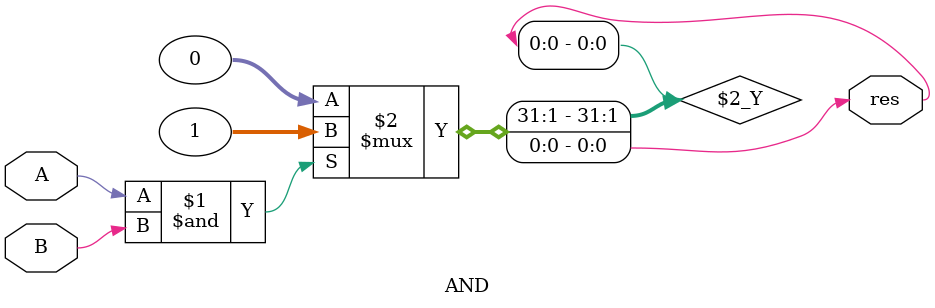
<source format=v>
module AND(
	input A,
	input B,
	output res

);



assign res = A & B ? 1 : 0;

endmodule
</source>
